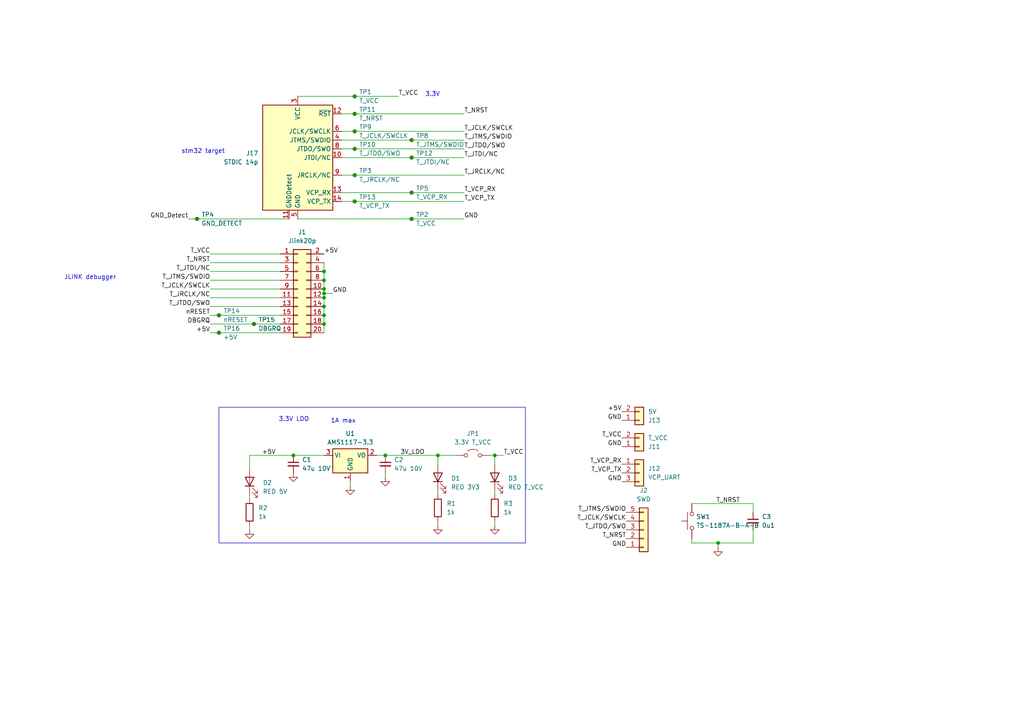
<source format=kicad_sch>
(kicad_sch (version 20231120) (generator "eeschema") (generator_version "8.0")
  (paper "A4")
  (lib_symbols
    (symbol "Connector:Conn_ST_STDC14"
      (property "Reference" "J" (at -8.89 16.51 0))
      (property "Value" "Conn_ST_STDC14" (at 17.78 16.51 0))
      (symbol "Conn_ST_STDC14_0_1"
        (rectangle (start -10.16 15.24) (end 10.16 -15.24) (stroke (width 0.254)) (fill (type background)))
      )
      (symbol "Conn_ST_STDC14_1_1"
        (pin no_connect line (at -10.16 5.08 0) (length 2.54) hide (name "NC") (number "1"))
        (pin output line (at 12.7 0 180) (length 2.54) (name "JTDI/NC") (number "10"))
        (pin passive line (at -2.54 -17.78 90) (length 2.54) (name "GNDDetect") (number "11"))
        (pin open_collector line (at 12.7 12.7 180) (length 2.54) (name "~{RST}") (number "12"))
        (pin output line (at 12.7 -10.16 180) (length 2.54) (name "VCP_RX") (number "13"))
        (pin input line (at 12.7 -12.7 180) (length 2.54) (name "VCP_TX") (number "14"))
        (pin no_connect line (at -10.16 2.54 0) (length 2.54) hide (name "NC") (number "2"))
        (pin power_in line (at 0 17.78 270) (length 2.54) (name "VCC") (number "3"))
        (pin bidirectional line (at 12.7 5.08 180) (length 2.54) (name "JTMS/SWDIO") (number "4"))
        (pin power_in line (at 0 -17.78 90) (length 2.54) (name "GND") (number "5"))
        (pin output line (at 12.7 7.62 180) (length 2.54) (name "JCLK/SWCLK") (number "6"))
        (pin passive line (at 0 -17.78 90) (length 2.54) hide (name "GND") (number "7"))
        (pin input line (at 12.7 2.54 180) (length 2.54) (name "JTDO/SWO") (number "8"))
        (pin input line (at 12.7 -5.08 180) (length 2.54) (name "JRCLK/NC") (number "9"))
      )
    )
    (symbol "Connector:TestPoint_Small" (pin_numbers hide) (pin_names (offset 0.762) hide)
      (property "Reference" "TP" (at 0 3.81 0))
      (property "Value" "TestPoint_Small" (at 0 2.032 0))
      (symbol "TestPoint_Small_0_1"
        (circle (center 0 0) (radius 0.508))
      )
      (symbol "TestPoint_Small_1_1"
        (pin passive line (at 0 0 90) (length 0) (name "1") (number "1"))
      )
    )
    (symbol "Connector_Generic:Conn_01x02" (pin_names (offset 1.016) hide)
      (property "Reference" "J" (at 0 2.54 0))
      (property "Value" "Conn_01x02" (at 0 -5.08 0))
      (symbol "Conn_01x02_1_1"
        (rectangle (start -1.27 -2.413) (end 0 -2.667) (stroke (width 0.1524)))
        (rectangle (start -1.27 0.127) (end 0 -0.127) (stroke (width 0.1524)))
        (rectangle (start -1.27 1.27) (end 1.27 -3.81) (stroke (width 0.254)) (fill (type background)))
        (pin passive line (at -5.08 0 0) (length 3.81) (name "Pin_1") (number "1"))
        (pin passive line (at -5.08 -2.54 0) (length 3.81) (name "Pin_2") (number "2"))
      )
    )
    (symbol "Connector_Generic:Conn_01x03" (pin_names (offset 1.016) hide)
      (property "Reference" "J" (at 0 5.08 0))
      (property "Value" "Conn_01x03" (at 0 -5.08 0))
      (symbol "Conn_01x03_1_1"
        (rectangle (start -1.27 -2.413) (end 0 -2.667) (stroke (width 0.1524)))
        (rectangle (start -1.27 0.127) (end 0 -0.127) (stroke (width 0.1524)))
        (rectangle (start -1.27 2.667) (end 0 2.413) (stroke (width 0.1524)))
        (rectangle (start -1.27 3.81) (end 1.27 -3.81) (stroke (width 0.254)) (fill (type background)))
        (pin passive line (at -5.08 2.54 0) (length 3.81) (name "Pin_1") (number "1"))
        (pin passive line (at -5.08 0 0) (length 3.81) (name "Pin_2") (number "2"))
        (pin passive line (at -5.08 -2.54 0) (length 3.81) (name "Pin_3") (number "3"))
      )
    )
    (symbol "Connector_Generic:Conn_01x05" (pin_names (offset 1.016) hide)
      (property "Reference" "J" (at 0 7.62 0))
      (property "Value" "Conn_01x05" (at 0 -7.62 0))
      (symbol "Conn_01x05_1_1"
        (rectangle (start -1.27 -4.953) (end 0 -5.207) (stroke (width 0.1524)))
        (rectangle (start -1.27 -2.413) (end 0 -2.667) (stroke (width 0.1524)))
        (rectangle (start -1.27 0.127) (end 0 -0.127) (stroke (width 0.1524)))
        (rectangle (start -1.27 2.667) (end 0 2.413) (stroke (width 0.1524)))
        (rectangle (start -1.27 5.207) (end 0 4.953) (stroke (width 0.1524)))
        (rectangle (start -1.27 6.35) (end 1.27 -6.35) (stroke (width 0.254)) (fill (type background)))
        (pin passive line (at -5.08 5.08 0) (length 3.81) (name "Pin_1") (number "1"))
        (pin passive line (at -5.08 2.54 0) (length 3.81) (name "Pin_2") (number "2"))
        (pin passive line (at -5.08 0 0) (length 3.81) (name "Pin_3") (number "3"))
        (pin passive line (at -5.08 -2.54 0) (length 3.81) (name "Pin_4") (number "4"))
        (pin passive line (at -5.08 -5.08 0) (length 3.81) (name "Pin_5") (number "5"))
      )
    )
    (symbol "Connector_Generic:Conn_02x10_Odd_Even" (pin_names (offset 1.016) hide)
      (property "Reference" "J" (at 1.27 12.7 0))
      (property "Value" "Conn_02x10_Odd_Even" (at 1.27 -15.24 0))
      (symbol "Conn_02x10_Odd_Even_1_1"
        (rectangle (start -1.27 -12.573) (end 0 -12.827) (stroke (width 0.1524)))
        (rectangle (start -1.27 -10.033) (end 0 -10.287) (stroke (width 0.1524)))
        (rectangle (start -1.27 -7.493) (end 0 -7.747) (stroke (width 0.1524)))
        (rectangle (start -1.27 -4.953) (end 0 -5.207) (stroke (width 0.1524)))
        (rectangle (start -1.27 -2.413) (end 0 -2.667) (stroke (width 0.1524)))
        (rectangle (start -1.27 0.127) (end 0 -0.127) (stroke (width 0.1524)))
        (rectangle (start -1.27 2.667) (end 0 2.413) (stroke (width 0.1524)))
        (rectangle (start -1.27 5.207) (end 0 4.953) (stroke (width 0.1524)))
        (rectangle (start -1.27 7.747) (end 0 7.493) (stroke (width 0.1524)))
        (rectangle (start -1.27 10.287) (end 0 10.033) (stroke (width 0.1524)))
        (rectangle (start -1.27 11.43) (end 3.81 -13.97) (stroke (width 0.254)) (fill (type background)))
        (rectangle (start 3.81 -12.573) (end 2.54 -12.827) (stroke (width 0.1524)))
        (rectangle (start 3.81 -10.033) (end 2.54 -10.287) (stroke (width 0.1524)))
        (rectangle (start 3.81 -7.493) (end 2.54 -7.747) (stroke (width 0.1524)))
        (rectangle (start 3.81 -4.953) (end 2.54 -5.207) (stroke (width 0.1524)))
        (rectangle (start 3.81 -2.413) (end 2.54 -2.667) (stroke (width 0.1524)))
        (rectangle (start 3.81 0.127) (end 2.54 -0.127) (stroke (width 0.1524)))
        (rectangle (start 3.81 2.667) (end 2.54 2.413) (stroke (width 0.1524)))
        (rectangle (start 3.81 5.207) (end 2.54 4.953) (stroke (width 0.1524)))
        (rectangle (start 3.81 7.747) (end 2.54 7.493) (stroke (width 0.1524)))
        (rectangle (start 3.81 10.287) (end 2.54 10.033) (stroke (width 0.1524)))
        (pin passive line (at -5.08 10.16 0) (length 3.81) (name "Pin_1") (number "1"))
        (pin passive line (at 7.62 0 180) (length 3.81) (name "Pin_10") (number "10"))
        (pin passive line (at -5.08 -2.54 0) (length 3.81) (name "Pin_11") (number "11"))
        (pin passive line (at 7.62 -2.54 180) (length 3.81) (name "Pin_12") (number "12"))
        (pin passive line (at -5.08 -5.08 0) (length 3.81) (name "Pin_13") (number "13"))
        (pin passive line (at 7.62 -5.08 180) (length 3.81) (name "Pin_14") (number "14"))
        (pin passive line (at -5.08 -7.62 0) (length 3.81) (name "Pin_15") (number "15"))
        (pin passive line (at 7.62 -7.62 180) (length 3.81) (name "Pin_16") (number "16"))
        (pin passive line (at -5.08 -10.16 0) (length 3.81) (name "Pin_17") (number "17"))
        (pin passive line (at 7.62 -10.16 180) (length 3.81) (name "Pin_18") (number "18"))
        (pin passive line (at -5.08 -12.7 0) (length 3.81) (name "Pin_19") (number "19"))
        (pin passive line (at 7.62 10.16 180) (length 3.81) (name "Pin_2") (number "2"))
        (pin passive line (at 7.62 -12.7 180) (length 3.81) (name "Pin_20") (number "20"))
        (pin passive line (at -5.08 7.62 0) (length 3.81) (name "Pin_3") (number "3"))
        (pin passive line (at 7.62 7.62 180) (length 3.81) (name "Pin_4") (number "4"))
        (pin passive line (at -5.08 5.08 0) (length 3.81) (name "Pin_5") (number "5"))
        (pin passive line (at 7.62 5.08 180) (length 3.81) (name "Pin_6") (number "6"))
        (pin passive line (at -5.08 2.54 0) (length 3.81) (name "Pin_7") (number "7"))
        (pin passive line (at 7.62 2.54 180) (length 3.81) (name "Pin_8") (number "8"))
        (pin passive line (at -5.08 0 0) (length 3.81) (name "Pin_9") (number "9"))
      )
    )
    (symbol "Device:C_Small" (pin_numbers hide) (pin_names (offset 0.254) hide)
      (property "Reference" "C" (at 0.254 1.778 0))
      (property "Value" "C_Small" (at 0.254 -2.032 0))
      (symbol "C_Small_0_1"
        (polyline (pts (xy -1.524 -0.508) (xy 1.524 -0.508)) (stroke (width 0.3302)))
        (polyline (pts (xy -1.524 0.508) (xy 1.524 0.508)) (stroke (width 0.3048)))
      )
      (symbol "C_Small_1_1"
        (pin passive line (at 0 2.54 270) (length 2.032) (name "~") (number "1"))
        (pin passive line (at 0 -2.54 90) (length 2.032) (name "~") (number "2"))
      )
    )
    (symbol "Device:LED" (pin_numbers hide) (pin_names (offset 1.016) hide)
      (property "Reference" "D" (at 0 2.54 0))
      (property "Value" "LED" (at 0 -2.54 0))
      (symbol "LED_0_1"
        (polyline (pts (xy -1.27 -1.27) (xy -1.27 1.27)) (stroke (width 0.254)))
        (polyline (pts (xy -1.27 0) (xy 1.27 0)))
        (polyline (pts (xy 1.27 -1.27) (xy 1.27 1.27) (xy -1.27 0) (xy 1.27 -1.27)) (stroke (width 0.254)))
        (polyline (pts (xy -3.048 -0.762) (xy -4.572 -2.286) (xy -3.81 -2.286) (xy -4.572 -2.286) (xy -4.572 -1.524)))
        (polyline (pts (xy -1.778 -0.762) (xy -3.302 -2.286) (xy -2.54 -2.286) (xy -3.302 -2.286) (xy -3.302 -1.524)))
      )
      (symbol "LED_1_1"
        (pin passive line (at -3.81 0 0) (length 2.54) (name "K") (number "1"))
        (pin passive line (at 3.81 0 180) (length 2.54) (name "A") (number "2"))
      )
    )
    (symbol "Device:R" (pin_numbers hide) (pin_names (offset 0))
      (property "Reference" "R" (at 2.032 0 90))
      (property "Value" "R" (at 0 0 90))
      (symbol "R_0_1"
        (rectangle (start -1.016 -2.54) (end 1.016 2.54) (stroke (width 0.254)))
      )
      (symbol "R_1_1"
        (pin passive line (at 0 3.81 270) (length 1.27) (name "~") (number "1"))
        (pin passive line (at 0 -3.81 90) (length 1.27) (name "~") (number "2"))
      )
    )
    (symbol "Jumper:Jumper_2_Open" (pin_numbers hide) (pin_names (offset 0) hide) (exclude_from_sim yes)
      (property "Reference" "JP" (at 0 2.794 0))
      (property "Value" "Jumper_2_Open" (at 0 -2.286 0))
      (symbol "Jumper_2_Open_0_0"
        (circle (center -2.032 0) (radius 0.508))
        (circle (center 2.032 0) (radius 0.508))
      )
      (symbol "Jumper_2_Open_0_1"
        (arc (start 1.524 1.27) (mid 0 1.778) (end -1.524 1.27))
      )
      (symbol "Jumper_2_Open_1_1"
        (pin passive line (at -5.08 0 0) (length 2.54) (name "A") (number "1"))
        (pin passive line (at 5.08 0 180) (length 2.54) (name "B") (number "2"))
      )
    )
    (symbol "Regulator_Linear:AMS1117-3.3"
      (property "Reference" "U" (at -3.81 3.175 0))
      (property "Value" "AMS1117-3.3" (at 0 3.175 0))
      (symbol "AMS1117-3.3_0_1"
        (rectangle (start -5.08 -5.08) (end 5.08 1.905) (stroke (width 0.254)) (fill (type background)))
      )
      (symbol "AMS1117-3.3_1_1"
        (pin power_in line (at 0 -7.62 90) (length 2.54) (name "GND") (number "1"))
        (pin power_out line (at 7.62 0 180) (length 2.54) (name "VO") (number "2"))
        (pin power_in line (at -7.62 0 0) (length 2.54) (name "VI") (number "3"))
      )
    )
    (symbol "Switch:SW_Push" (pin_numbers hide) (pin_names (offset 1.016) hide)
      (property "Reference" "SW" (at 1.27 2.54 0))
      (property "Value" "SW_Push" (at 0 -1.524 0))
      (symbol "SW_Push_0_1"
        (circle (center -2.032 0) (radius 0.508))
        (polyline (pts (xy 0 1.27) (xy 0 3.048)))
        (polyline (pts (xy 2.54 1.27) (xy -2.54 1.27)))
        (circle (center 2.032 0) (radius 0.508))
        (pin passive line (at -5.08 0 0) (length 2.54) (name "1") (number "1"))
        (pin passive line (at 5.08 0 180) (length 2.54) (name "2") (number "2"))
      )
    )
    (symbol "power:GND" (power) (pin_numbers hide) (pin_names (offset 0) hide)
      (property "Value" "GND" (at 0 -3.81 0))
      (symbol "GND_0_1"
        (polyline (pts (xy 0 0) (xy 0 -1.27) (xy 1.27 -1.27) (xy 0 -2.54) (xy -1.27 -1.27) (xy 0 -1.27)))
      )
      (symbol "GND_1_1"
        (pin power_in line (at 0 0 270) (length 0) (name "~") (number "1"))
      )
    )
  )
  (junction (at 63.5 91.44))
  (junction (at 93.98 88.9))
  (junction (at 102.87 27.94))
  (junction (at 208.28 157.48))
  (junction (at 57.15 63.5))
  (junction (at 93.98 91.44))
  (junction (at 119.38 40.64))
  (junction (at 143.51 132.08))
  (junction (at 93.98 81.28))
  (junction (at 93.98 78.74))
  (junction (at 63.5 96.52))
  (junction (at 102.87 33.02))
  (junction (at 102.87 43.18))
  (junction (at 111.76 132.08))
  (junction (at 93.98 86.36))
  (junction (at 119.38 55.88))
  (junction (at 93.98 93.98))
  (junction (at 119.38 63.5))
  (junction (at 102.87 38.1))
  (junction (at 93.98 83.82))
  (junction (at 119.38 45.72))
  (junction (at 73.66 93.98))
  (junction (at 85.09 132.08))
  (junction (at 102.87 58.42))
  (junction (at 93.98 85.09))
  (junction (at 102.87 50.8))
  (junction (at 127 132.08))
  (wire (pts (xy 96.52 85.09) (xy 93.98 85.09)))
  (wire (pts (xy 143.51 134.62) (xy 143.51 132.08)))
  (wire (pts (xy 102.87 33.02) (xy 99.06 33.02)))
  (wire (pts (xy 111.76 138.43) (xy 111.76 137.16)))
  (wire (pts (xy 93.98 81.28) (xy 93.98 83.82)))
  (wire (pts (xy 93.98 88.9) (xy 93.98 91.44)))
  (wire (pts (xy 102.87 38.1) (xy 99.06 38.1)))
  (wire (pts (xy 119.38 45.72) (xy 99.06 45.72)))
  (wire (pts (xy 63.5 91.44) (xy 81.28 91.44)))
  (wire (pts (xy 72.39 132.08) (xy 85.09 132.08)))
  (wire (pts (xy 93.98 76.2) (xy 93.98 78.74)))
  (wire (pts (xy 99.06 43.18) (xy 102.87 43.18)))
  (wire (pts (xy 73.66 93.98) (xy 81.28 93.98)))
  (wire (pts (xy 93.98 85.09) (xy 93.98 86.36)))
  (wire (pts (xy 99.06 55.88) (xy 119.38 55.88)))
  (wire (pts (xy 93.98 86.36) (xy 93.98 88.9)))
  (wire (pts (xy 101.6 140.97) (xy 101.6 139.7)))
  (wire (pts (xy 102.87 50.8) (xy 99.06 50.8)))
  (wire (pts (xy 72.39 132.08) (xy 72.39 135.89)))
  (wire (pts (xy 134.62 33.02) (xy 102.87 33.02)))
  (wire (pts (xy 134.62 55.88) (xy 119.38 55.88)))
  (wire (pts (xy 127 152.4) (xy 127 151.13)))
  (wire (pts (xy 93.98 93.98) (xy 93.98 96.52)))
  (wire (pts (xy 60.96 73.66) (xy 81.28 73.66)))
  (wire (pts (xy 60.96 76.2) (xy 81.28 76.2)))
  (wire (pts (xy 218.44 153.67) (xy 218.44 157.48)))
  (wire (pts (xy 72.39 153.67) (xy 72.39 152.4)))
  (wire (pts (xy 60.96 78.74) (xy 81.28 78.74)))
  (wire (pts (xy 102.87 50.8) (xy 134.62 50.8)))
  (wire (pts (xy 119.38 40.64) (xy 99.06 40.64)))
  (wire (pts (xy 218.44 157.48) (xy 208.28 157.48)))
  (wire (pts (xy 208.28 157.48) (xy 208.28 158.75)))
  (wire (pts (xy 93.98 83.82) (xy 93.98 85.09)))
  (wire (pts (xy 200.66 156.21) (xy 200.66 157.48)))
  (wire (pts (xy 127 132.08) (xy 127 134.62)))
  (wire (pts (xy 134.62 38.1) (xy 102.87 38.1)))
  (wire (pts (xy 63.5 96.52) (xy 81.28 96.52)))
  (wire (pts (xy 60.96 93.98) (xy 73.66 93.98)))
  (wire (pts (xy 72.39 144.78) (xy 72.39 143.51)))
  (wire (pts (xy 115.57 27.94) (xy 102.87 27.94)))
  (wire (pts (xy 60.96 88.9) (xy 81.28 88.9)))
  (wire (pts (xy 60.96 96.52) (xy 63.5 96.52)))
  (wire (pts (xy 132.08 132.08) (xy 127 132.08)))
  (wire (pts (xy 109.22 132.08) (xy 111.76 132.08)))
  (wire (pts (xy 134.62 63.5) (xy 119.38 63.5)))
  (wire (pts (xy 134.62 58.42) (xy 102.87 58.42)))
  (wire (pts (xy 218.44 148.59) (xy 218.44 146.05)))
  (wire (pts (xy 86.36 63.5) (xy 119.38 63.5)))
  (wire (pts (xy 102.87 58.42) (xy 99.06 58.42)))
  (wire (pts (xy 200.66 157.48) (xy 208.28 157.48)))
  (wire (pts (xy 60.96 83.82) (xy 81.28 83.82)))
  (wire (pts (xy 57.15 63.5) (xy 83.82 63.5)))
  (wire (pts (xy 134.62 45.72) (xy 119.38 45.72)))
  (wire (pts (xy 85.09 132.08) (xy 93.98 132.08)))
  (wire (pts (xy 93.98 78.74) (xy 93.98 81.28)))
  (wire (pts (xy 200.66 146.05) (xy 218.44 146.05)))
  (wire (pts (xy 127 143.51) (xy 127 142.24)))
  (wire (pts (xy 143.51 143.51) (xy 143.51 142.24)))
  (wire (pts (xy 60.96 91.44) (xy 63.5 91.44)))
  (wire (pts (xy 143.51 152.4) (xy 143.51 151.13)))
  (wire (pts (xy 86.36 27.94) (xy 102.87 27.94)))
  (wire (pts (xy 93.98 91.44) (xy 93.98 93.98)))
  (wire (pts (xy 134.62 40.64) (xy 119.38 40.64)))
  (wire (pts (xy 146.05 132.08) (xy 143.51 132.08)))
  (wire (pts (xy 60.96 81.28) (xy 81.28 81.28)))
  (wire (pts (xy 102.87 43.18) (xy 134.62 43.18)))
  (wire (pts (xy 60.96 86.36) (xy 81.28 86.36)))
  (wire (pts (xy 54.61 63.5) (xy 57.15 63.5)))
  (wire (pts (xy 111.76 132.08) (xy 127 132.08)))
  (wire (pts (xy 143.51 132.08) (xy 142.24 132.08)))
  (rectangle (start 63.5 118.11) (end 152.4 157.48))
  (text "JLINK debugger" (at 26.162 80.518 0) (effects (font (size 1.27 1.27))))
  (text "3.3V" (at 125.476 27.432 0) (effects (font (size 1.27 1.27))))
  (text "3.3V LDO" (at 80.772 122.428 0) (effects (font (size 1.27 1.27)) (justify left bottom)))
  (text "1A max" (at 99.568 122.174 0) (effects (font (size 1.27 1.27))))
  (text "stm32 target" (at 58.928 43.942 0) (effects (font (size 1.27 1.27))))
  (label "GND" (at 181.61 158.75 180))
  (label "+5V" (at 80.01 132.08 180))
  (label "GND" (at 180.34 121.92 180))
  (label "T_NRST" (at 181.61 156.21 180))
  (label "T_JTMS{slash}SWDIO" (at 134.62 40.64 0))
  (label "T_JTDI{slash}NC" (at 60.96 78.74 180))
  (label "+5V" (at 180.34 119.38 180))
  (label "T_JRCLK{slash}NC" (at 60.96 86.36 180))
  (label "T_VCP_TX" (at 180.34 137.16 180))
  (label "+5V" (at 93.98 73.66 0))
  (label "T_VCP_RX" (at 180.34 134.62 180))
  (label "nRESET" (at 60.96 91.44 180))
  (label "T_NRST" (at 134.62 33.02 0))
  (label "T_JCLK{slash}SWCLK" (at 60.96 83.82 180))
  (label "T_VCC" (at 60.96 73.66 180))
  (label "T_JTMS{slash}SWDIO" (at 181.61 148.59 180))
  (label "T_JTDO{slash}SWO" (at 181.61 153.67 180))
  (label "GND_Detect" (at 54.61 63.5 180))
  (label "T_VCP_TX" (at 134.62 58.42 0))
  (label "T_JTDI{slash}NC" (at 134.62 45.72 0))
  (label "GND" (at 134.62 63.5 0))
  (label "T_JRCLK{slash}NC" (at 134.62 50.8 0))
  (label "GND" (at 96.52 85.09 0))
  (label "3V_LDO" (at 123.19 132.08 180))
  (label "T_VCC" (at 146.05 132.08 0))
  (label "+5V" (at 60.96 96.52 180))
  (label "T_JCLK{slash}SWCLK" (at 181.61 151.13 180))
  (label "T_VCC" (at 180.34 127 180))
  (label "T_JTDO{slash}SWO" (at 60.96 88.9 180))
  (label "T_JCLK{slash}SWCLK" (at 134.62 38.1 0))
  (label "T_JTDO{slash}SWO" (at 134.62 43.18 0))
  (label "T_VCP_RX" (at 134.62 55.88 0))
  (label "T_VCC" (at 115.57 27.94 0))
  (label "GND" (at 180.34 129.54 180))
  (label "T_JTMS{slash}SWDIO" (at 60.96 81.28 180))
  (label "T_NRST" (at 214.63 146.05 180))
  (label "T_NRST" (at 60.96 76.2 180))
  (label "DBGRQ" (at 60.96 93.98 180))
  (label "GND" (at 180.34 139.7 180))
  (symbol (lib_id "Device:R") (at 72.39 148.59 0) (unit 1)
    (property "Reference" "R2" (at 74.93 147.32 0) (effects (justify left)))
    (property "Value" "1k" (at 74.93 149.86 0) (effects (justify left)))
    (property "Footprint" "Resistor_SMD:R_0402_1005Metric" (effects (hide yes)))
    (property "Description" "Resistor" (effects (hide yes)))
  )
  (symbol (lib_id "Device:C_Small") (at 111.76 134.62 0) (unit 1)
    (property "Reference" "C2" (at 114.3 133.35 0) (effects (justify left)))
    (property "Value" "47u 10V" (at 114.3 135.89 0) (effects (justify left)))
    (property "Footprint" "Capacitor_SMD:C_1206_3216Metric" (effects (hide yes)))
    (property "Description" "Unpolarized capacitor, small symbol" (effects (hide yes)))
  )
  (symbol (lib_id "Regulator_Linear:AMS1117-3.3") (at 101.6 132.08 0) (unit 1)
    (property "Reference" "U1" (at 101.6 125.73 0))
    (property "Value" "AMS1117-3.3" (at 101.6 128.27 0))
    (property "Footprint" "Package_TO_SOT_SMD:SOT-223-3_TabPin2" (effects (hide yes)))
    (property "Datasheet" "http://www.advanced-monolithic.com/pdf/ds1117.pdf" (effects (hide yes)))
    (property "Description" "1A Low Dropout regulator, positive, 3.3V fixed output, SOT-223" (effects (hide yes)))
  )
  (symbol (lib_id "Connector_Generic:Conn_02x10_Odd_Even") (at 86.36 83.82 0) (unit 1)
    (property "Reference" "J1" (at 87.63 67.31 0))
    (property "Value" "Jlink20p" (at 87.63 69.85 0))
    (property "Footprint" "Connector_IDC:IDC-Header_2x10_P2.54mm_Vertical" (effects (hide yes)))
    (property "Description" "Generic connector, double row, 02x10, odd/even pin numbering scheme (row 1 odd numbers, row 2 even numbers), script generated (kicad-library-utils/schlib/autogen/connector/)" (effects (hide yes)))
  )
  (symbol (lib_id "Connector:Conn_ST_STDC14") (at 86.36 45.72 0) (unit 1)
    (property "Reference" "J17" (at 74.93 44.45 0) (effects (justify right)))
    (property "Value" "STDIC 14p" (at 74.93 46.99 0) (effects (justify right)))
    (property "Footprint" "nturt_kicad_lib_EP6:box_header_14P_pitch127" (effects (hide yes)))
    (property "Datasheet" "https://www.st.com/content/ccc/resource/technical/document/user_manual/group1/99/49/91/b6/b2/3a/46/e5/DM00526767/files/DM00526767.pdf/jcr:content/translations/en.DM00526767.pdf" (effects (hide yes)))
    (property "Description" "ST Debug Connector, standard ARM Cortex-M SWD and JTAG interface plus UART" (effects (hide yes)))
  )
  (symbol (lib_id "Jumper:Jumper_2_Open") (at 137.16 132.08 0) (unit 1) (exclude_from_sim yes)
    (property "Reference" "JP1" (at 137.16 125.73 0))
    (property "Value" "3.3V T_VCC" (at 137.16 128.27 0))
    (property "Footprint" "Connector_PinHeader_2.54mm:PinHeader_1x02_P2.54mm_Vertical" (effects (hide yes)))
    (property "Description" "Jumper, 2-pole, open" (effects (hide yes)))
  )
  (symbol (lib_id "Connector:TestPoint_Small") (at 73.66 93.98 0) (unit 1)
    (property "Reference" "TP15" (at 74.93 92.71 0) (effects (justify left)))
    (property "Value" "DBGRQ" (at 74.93 95.25 0) (effects (justify left)))
    (property "Footprint" "TestPoint:TestPoint_THTPad_D1.5mm_Drill0.7mm" (effects (hide yes)))
    (property "Description" "test point" (effects (hide yes)))
  )
  (symbol (lib_id "Connector_Generic:Conn_01x02") (at 185.42 129.54 0) (mirror x) (unit 1)
    (property "Reference" "J11" (at 187.96 129.54 0) (effects (justify left)))
    (property "Value" "T_VCC" (at 187.96 127 0) (effects (justify left)))
    (property "Footprint" "Connector_JST:JST_XH_B2B-XH-A_1x02_P2.50mm_Vertical" (effects (hide yes)))
    (property "Description" "Generic connector, single row, 01x02, script generated (kicad-library-utils/schlib/autogen/connector/)" (effects (hide yes)))
  )
  (symbol (lib_id "power:GND") (at 208.28 158.75 0) (unit 1)
    (property "Reference" "#PWR02" (effects (hide yes)))
    (property "Value" "GND" (effects (hide yes)))
    (property "Description" "Power symbol creates a global label with name \"GND\" , ground" (effects (hide yes)))
  )
  (symbol (lib_id "Connector:TestPoint_Small") (at 102.87 58.42 0) (unit 1)
    (property "Reference" "TP13" (at 104.14 57.15 0) (effects (justify left)))
    (property "Value" "T_VCP_TX" (at 104.14 59.69 0) (effects (justify left)))
    (property "Footprint" "TestPoint:TestPoint_THTPad_D1.5mm_Drill0.7mm" (effects (hide yes)))
    (property "Description" "test point" (effects (hide yes)))
  )
  (symbol (lib_id "Connector:TestPoint_Small") (at 63.5 91.44 0) (unit 1)
    (property "Reference" "TP14" (at 64.77 90.17 0) (effects (justify left)))
    (property "Value" "nRESET" (at 64.77 92.71 0) (effects (justify left)))
    (property "Footprint" "TestPoint:TestPoint_THTPad_D1.5mm_Drill0.7mm" (effects (hide yes)))
    (property "Description" "test point" (effects (hide yes)))
  )
  (symbol (lib_id "Device:C_Small") (at 218.44 151.13 0) (unit 1)
    (property "Reference" "C3" (at 220.98 149.8663 0) (effects (justify left)))
    (property "Value" "0u1" (at 220.98 152.4063 0) (effects (justify left)))
    (property "Footprint" "Capacitor_SMD:C_0402_1005Metric" (effects (hide yes)))
    (property "Description" "Unpolarized capacitor, small symbol" (effects (hide yes)))
  )
  (symbol (lib_id "Connector:TestPoint_Small") (at 102.87 33.02 0) (unit 1)
    (property "Reference" "TP11" (at 104.14 31.75 0) (effects (justify left)))
    (property "Value" "T_NRST" (at 104.14 34.29 0) (effects (justify left)))
    (property "Footprint" "TestPoint:TestPoint_THTPad_D1.5mm_Drill0.7mm" (effects (hide yes)))
    (property "Description" "test point" (effects (hide yes)))
  )
  (symbol (lib_id "Device:LED") (at 72.39 139.7 90) (unit 1)
    (property "Reference" "D2" (at 76.2 140.0175 90) (effects (justify right)))
    (property "Value" "RED 5V" (at 76.2 142.5575 90) (effects (justify right)))
    (property "Footprint" "LED_SMD:LED_0603_1608Metric" (effects (hide yes)))
    (property "Description" "Light emitting diode" (effects (hide yes)))
  )
  (symbol (lib_id "Connector:TestPoint_Small") (at 119.38 63.5 0) (unit 1)
    (property "Reference" "TP2" (at 120.65 62.23 0) (effects (justify left)))
    (property "Value" "T_VCC" (at 120.65 64.77 0) (effects (justify left)))
    (property "Footprint" "TestPoint:TestPoint_THTPad_D1.5mm_Drill0.7mm" (effects (hide yes)))
    (property "Description" "test point" (effects (hide yes)))
  )
  (symbol (lib_id "Connector_Generic:Conn_01x05") (at 186.69 153.67 0) (mirror x) (unit 1)
    (property "Reference" "J2" (at 186.69 142.24 0))
    (property "Value" "SWD" (at 186.69 144.78 0))
    (property "Footprint" "Connector_JST:JST_XH_B5B-XH-A_1x05_P2.50mm_Vertical" (effects (hide yes)))
    (property "Description" "Generic connector, single row, 01x05, script generated (kicad-library-utils/schlib/autogen/connector/)" (effects (hide yes)))
  )
  (symbol (lib_id "Connector:TestPoint_Small") (at 119.38 55.88 0) (unit 1)
    (property "Reference" "TP5" (at 120.65 54.61 0) (effects (justify left)))
    (property "Value" "T_VCP_RX" (at 120.65 57.15 0) (effects (justify left)))
    (property "Footprint" "TestPoint:TestPoint_THTPad_D1.5mm_Drill0.7mm" (effects (hide yes)))
    (property "Description" "test point" (effects (hide yes)))
  )
  (symbol (lib_id "Connector:TestPoint_Small") (at 57.15 63.5 0) (unit 1)
    (property "Reference" "TP4" (at 58.42 62.23 0) (effects (justify left)))
    (property "Value" "GND_DETECT" (at 58.42 64.77 0) (effects (justify left)))
    (property "Footprint" "TestPoint:TestPoint_THTPad_D1.5mm_Drill0.7mm" (effects (hide yes)))
    (property "Description" "test point" (effects (hide yes)))
  )
  (symbol (lib_id "Device:R") (at 127 147.32 0) (unit 1)
    (property "Reference" "R1" (at 129.54 146.05 0) (effects (justify left)))
    (property "Value" "1k" (at 129.54 148.59 0) (effects (justify left)))
    (property "Footprint" "Resistor_SMD:R_0402_1005Metric" (effects (hide yes)))
    (property "Description" "Resistor" (effects (hide yes)))
  )
  (symbol (lib_id "power:GND") (at 85.09 137.16 0) (unit 1)
    (property "Reference" "#PWR04" (effects (hide yes)))
    (property "Value" "GND" (effects (hide yes)))
    (property "Description" "Power symbol creates a global label with name \"GND\" , ground" (effects (hide yes)))
  )
  (symbol (lib_id "Connector:TestPoint_Small") (at 119.38 45.72 0) (unit 1)
    (property "Reference" "TP12" (at 120.65 44.45 0) (effects (justify left)))
    (property "Value" "T_JTDI/NC" (at 120.65 46.99 0) (effects (justify left)))
    (property "Footprint" "TestPoint:TestPoint_THTPad_D1.5mm_Drill0.7mm" (effects (hide yes)))
    (property "Description" "test point" (effects (hide yes)))
  )
  (symbol (lib_id "Connector:TestPoint_Small") (at 102.87 38.1 0) (unit 1)
    (property "Reference" "TP9" (at 104.14 36.83 0) (effects (justify left)))
    (property "Value" "T_JCLK/SWCLK" (at 104.14 39.37 0) (effects (justify left)))
    (property "Footprint" "TestPoint:TestPoint_THTPad_D1.5mm_Drill0.7mm" (effects (hide yes)))
    (property "Description" "test point" (effects (hide yes)))
  )
  (symbol (lib_id "Connector_Generic:Conn_01x02") (at 185.42 121.92 0) (mirror x) (unit 1)
    (property "Reference" "J13" (at 187.96 121.92 0) (effects (justify left)))
    (property "Value" "5V" (at 187.96 119.38 0) (effects (justify left)))
    (property "Footprint" "Connector_JST:JST_XH_B2B-XH-A_1x02_P2.50mm_Vertical" (effects (hide yes)))
    (property "Description" "Generic connector, single row, 01x02, script generated (kicad-library-utils/schlib/autogen/connector/)" (effects (hide yes)))
  )
  (symbol (lib_id "Connector_Generic:Conn_01x03") (at 185.42 137.16 0) (unit 1)
    (property "Reference" "J12" (at 187.96 135.89 0) (effects (justify left)))
    (property "Value" "VCP_UART" (at 187.96 138.43 0) (effects (justify left)))
    (property "Footprint" "Connector_JST:JST_XH_B3B-XH-A_1x03_P2.50mm_Vertical" (effects (hide yes)))
    (property "Description" "Generic connector, single row, 01x03, script generated (kicad-library-utils/schlib/autogen/connector/)" (effects (hide yes)))
  )
  (symbol (lib_id "power:GND") (at 72.39 153.67 0) (unit 1)
    (property "Reference" "#PWR09" (effects (hide yes)))
    (property "Value" "GND" (effects (hide yes)))
    (property "Description" "Power symbol creates a global label with name \"GND\" , ground" (effects (hide yes)))
  )
  (symbol (lib_id "power:GND") (at 111.76 138.43 0) (unit 1)
    (property "Reference" "#PWR05" (effects (hide yes)))
    (property "Value" "GND" (effects (hide yes)))
    (property "Description" "Power symbol creates a global label with name \"GND\" , ground" (effects (hide yes)))
  )
  (symbol (lib_id "Device:LED") (at 127 138.43 90) (unit 1)
    (property "Reference" "D1" (at 130.81 138.7475 90) (effects (justify right)))
    (property "Value" "RED 3V3" (at 130.81 141.2875 90) (effects (justify right)))
    (property "Footprint" "LED_SMD:LED_0603_1608Metric" (effects (hide yes)))
    (property "Description" "Light emitting diode" (effects (hide yes)))
  )
  (symbol (lib_id "power:GND") (at 143.51 152.4 0) (unit 1)
    (property "Reference" "#PWR01" (effects (hide yes)))
    (property "Value" "GND" (effects (hide yes)))
    (property "Description" "Power symbol creates a global label with name \"GND\" , ground" (effects (hide yes)))
  )
  (symbol (lib_id "Device:LED") (at 143.51 138.43 90) (unit 1)
    (property "Reference" "D3" (at 147.32 138.7475 90) (effects (justify right)))
    (property "Value" "RED T_VCC" (at 147.32 141.2875 90) (effects (justify right)))
    (property "Footprint" "LED_SMD:LED_0603_1608Metric" (effects (hide yes)))
    (property "Description" "Light emitting diode" (effects (hide yes)))
  )
  (symbol (lib_id "Connector:TestPoint_Small") (at 63.5 96.52 0) (unit 1)
    (property "Reference" "TP16" (at 64.77 95.25 0) (effects (justify left)))
    (property "Value" "+5V" (at 64.77 97.79 0) (effects (justify left)))
    (property "Footprint" "TestPoint:TestPoint_THTPad_D1.5mm_Drill0.7mm" (effects (hide yes)))
    (property "Description" "test point" (effects (hide yes)))
  )
  (symbol (lib_id "power:GND") (at 127 152.4 0) (unit 1)
    (property "Reference" "#PWR07" (effects (hide yes)))
    (property "Value" "GND" (effects (hide yes)))
    (property "Description" "Power symbol creates a global label with name \"GND\" , ground" (effects (hide yes)))
  )
  (symbol (lib_id "Device:R") (at 143.51 147.32 0) (unit 1)
    (property "Reference" "R3" (at 146.05 146.05 0) (effects (justify left)))
    (property "Value" "1k" (at 146.05 148.59 0) (effects (justify left)))
    (property "Footprint" "Resistor_SMD:R_0402_1005Metric" (effects (hide yes)))
    (property "Description" "Resistor" (effects (hide yes)))
  )
  (symbol (lib_id "Connector:TestPoint_Small") (at 102.87 43.18 0) (unit 1)
    (property "Reference" "TP10" (at 104.14 41.91 0) (effects (justify left)))
    (property "Value" "T_JTDO/SWO" (at 104.14 44.45 0) (effects (justify left)))
    (property "Footprint" "TestPoint:TestPoint_THTPad_D1.5mm_Drill0.7mm" (effects (hide yes)))
    (property "Description" "test point" (effects (hide yes)))
  )
  (symbol (lib_id "Connector:TestPoint_Small") (at 102.87 50.8 0) (unit 1)
    (property "Reference" "TP3" (at 104.14 49.53 0) (effects (justify left)))
    (property "Value" "T_JRCLK/NC" (at 104.14 52.07 0) (effects (justify left)))
    (property "Footprint" "TestPoint:TestPoint_THTPad_D1.5mm_Drill0.7mm" (effects (hide yes)))
    (property "Description" "test point" (effects (hide yes)))
  )
  (symbol (lib_id "Switch:SW_Push") (at 200.66 151.13 90) (unit 1)
    (property "Reference" "SW1" (at 201.93 149.86 90) (effects (justify right)))
    (property "Value" "TS-1187A-B-A-B" (at 201.93 152.4 90) (effects (justify right)))
    (property "Footprint" "Button_Switch_SMD:SW_Push_1P1T_XKB_TS-1187A" (effects (hide yes)))
    (property "Description" "Push button switch, generic, two pins" (effects (hide yes)))
  )
  (symbol (lib_id "Device:C_Small") (at 85.09 134.62 0) (unit 1)
    (property "Reference" "C1" (at 87.63 133.35 0) (effects (justify left)))
    (property "Value" "47u 10V" (at 87.63 135.89 0) (effects (justify left)))
    (property "Footprint" "Capacitor_SMD:C_1206_3216Metric" (effects (hide yes)))
    (property "Description" "Unpolarized capacitor, small symbol" (effects (hide yes)))
  )
  (symbol (lib_id "power:GND") (at 101.6 140.97 0) (unit 1)
    (property "Reference" "#PWR06" (effects (hide yes)))
    (property "Value" "GND" (effects (hide yes)))
    (property "Description" "Power symbol creates a global label with name \"GND\" , ground" (effects (hide yes)))
  )
  (symbol (lib_id "Connector:TestPoint_Small") (at 119.38 40.64 0) (unit 1)
    (property "Reference" "TP8" (at 120.65 39.37 0) (effects (justify left)))
    (property "Value" "T_JTMS/SWDIO" (at 120.65 41.91 0) (effects (justify left)))
    (property "Footprint" "TestPoint:TestPoint_THTPad_D1.5mm_Drill0.7mm" (effects (hide yes)))
    (property "Description" "test point" (effects (hide yes)))
  )
  (symbol (lib_id "Connector:TestPoint_Small") (at 102.87 27.94 0) (unit 1)
    (property "Reference" "TP1" (at 104.14 26.67 0) (effects (justify left)))
    (property "Value" "T_VCC" (at 104.14 29.21 0) (effects (justify left)))
    (property "Footprint" "TestPoint:TestPoint_THTPad_D1.5mm_Drill0.7mm" (effects (hide yes)))
    (property "Description" "test point" (effects (hide yes)))
  )
)
</source>
